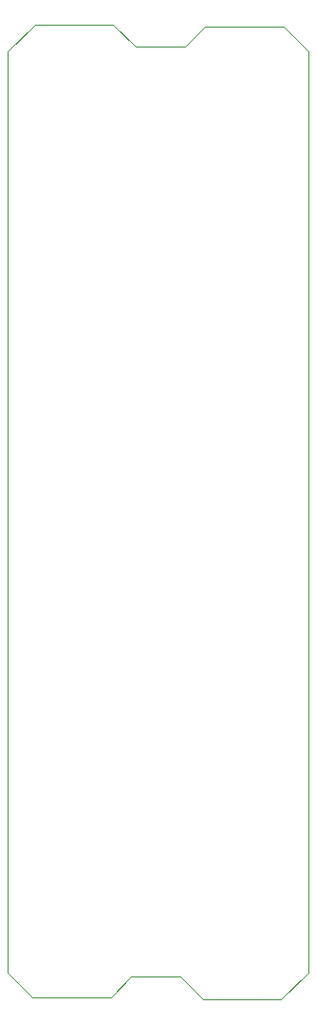
<source format=gbr>
G04 #@! TF.GenerationSoftware,KiCad,Pcbnew,(7.0.0-0)*
G04 #@! TF.CreationDate,2023-03-11T12:41:52+01:00*
G04 #@! TF.ProjectId,86KUUTHeader,38364b55-5554-4486-9561-6465722e6b69,rev?*
G04 #@! TF.SameCoordinates,Original*
G04 #@! TF.FileFunction,Profile,NP*
%FSLAX46Y46*%
G04 Gerber Fmt 4.6, Leading zero omitted, Abs format (unit mm)*
G04 Created by KiCad (PCBNEW (7.0.0-0)) date 2023-03-11 12:41:52*
%MOMM*%
%LPD*%
G01*
G04 APERTURE LIST*
G04 #@! TA.AperFunction,Profile*
%ADD10C,0.050000*%
G04 #@! TD*
G04 APERTURE END LIST*
D10*
X139600000Y-141600000D02*
X138600000Y-141600000D01*
X138600000Y-141600000D02*
X136600000Y-139600000D01*
X132600000Y-56800000D02*
X137000000Y-56800000D01*
X145800000Y-55000000D02*
X148000000Y-57200000D01*
X130600000Y-54800000D02*
X132600000Y-56800000D01*
X138800000Y-55000000D02*
X145800000Y-55000000D01*
X123600000Y-54800000D02*
X129600000Y-54800000D01*
X148000000Y-139200000D02*
X145600000Y-141600000D01*
X145600000Y-141600000D02*
X139600000Y-141600000D01*
X129600000Y-54800000D02*
X130600000Y-54800000D01*
X136600000Y-139600000D02*
X132200000Y-139600000D01*
X123400000Y-141400000D02*
X121200000Y-139200000D01*
X132200000Y-139600000D02*
X130400000Y-141400000D01*
X148000000Y-139200000D02*
X148000000Y-57200000D01*
X121200000Y-57200000D02*
X123600000Y-54800000D01*
X137000000Y-56800000D02*
X138800000Y-55000000D01*
X121200000Y-57200000D02*
X121200000Y-139200000D01*
X130400000Y-141400000D02*
X123400000Y-141400000D01*
M02*

</source>
